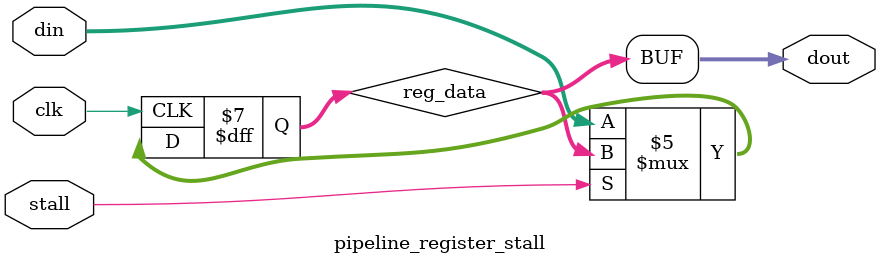
<source format=v>

module pipeline_register_stall #(parameter NUM_BITS = 16) (
    input wire clk,
    input wire stall,
    input wire [NUM_BITS - 1:0] din,
    output wire [NUM_BITS - 1:0] dout
);

    reg [NUM_BITS - 1:0] reg_data;

    always @(posedge clk) begin
        if (!stall) begin
            reg_data <= din;
        end else begin
            reg_data <= reg_data;
        end
    end

    assign dout = reg_data;

    initial begin
        reg_data = 0;
    end

endmodule
</source>
